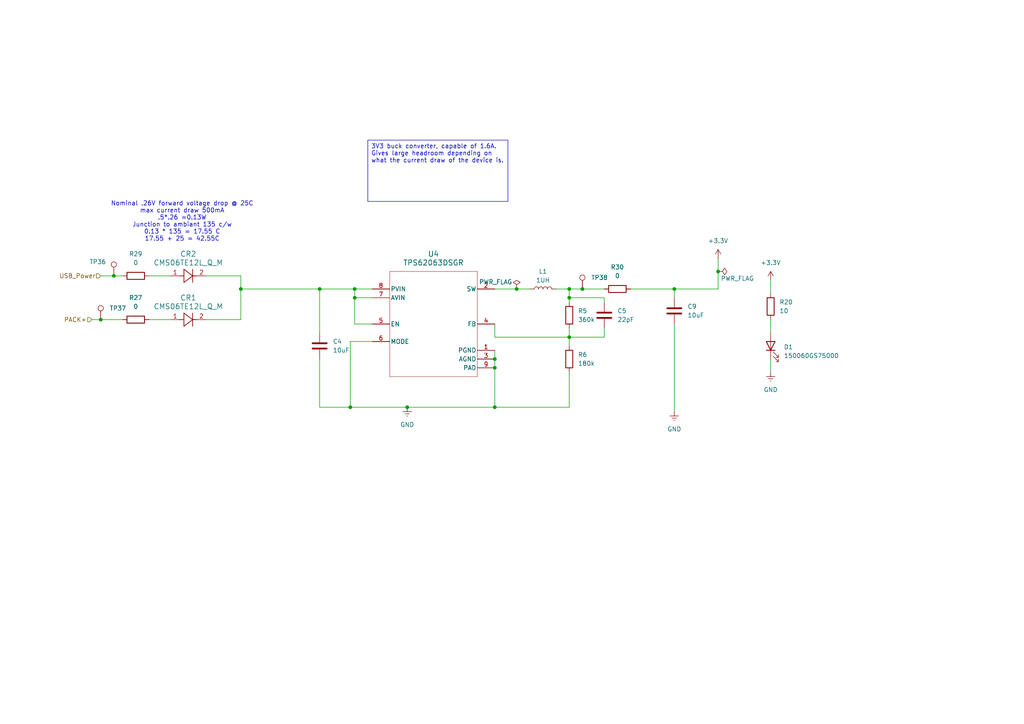
<source format=kicad_sch>
(kicad_sch
	(version 20250114)
	(generator "eeschema")
	(generator_version "9.0")
	(uuid "55ebc250-d174-4c67-b8cd-d7cfbd10551e")
	(paper "A4")
	(lib_symbols
		(symbol "CMS06(TE12L,Q,M):CMS06TE12L_Q_M"
			(pin_names
				(offset 0.254)
			)
			(exclude_from_sim no)
			(in_bom yes)
			(on_board yes)
			(property "Reference" "CR"
				(at 5.08 4.445 0)
				(effects
					(font
						(size 1.524 1.524)
					)
				)
			)
			(property "Value" "CMS06TE12L_Q_M"
				(at 5.08 -3.81 0)
				(effects
					(font
						(size 1.524 1.524)
					)
				)
			)
			(property "Footprint" "M-FLAT_TOS"
				(at 0 0 0)
				(effects
					(font
						(size 1.27 1.27)
						(italic yes)
					)
					(hide yes)
				)
			)
			(property "Datasheet" "CMS06TE12L_Q_M"
				(at 0 0 0)
				(effects
					(font
						(size 1.27 1.27)
						(italic yes)
					)
					(hide yes)
				)
			)
			(property "Description" ""
				(at 0 0 0)
				(effects
					(font
						(size 1.27 1.27)
					)
					(hide yes)
				)
			)
			(property "ki_locked" ""
				(at 0 0 0)
				(effects
					(font
						(size 1.27 1.27)
					)
				)
			)
			(property "ki_keywords" "CMS06(TE12L,Q,M)"
				(at 0 0 0)
				(effects
					(font
						(size 1.27 1.27)
					)
					(hide yes)
				)
			)
			(property "ki_fp_filters" "M-FLAT_TOS M-FLAT_TOS-M M-FLAT_TOS-L"
				(at 0 0 0)
				(effects
					(font
						(size 1.27 1.27)
					)
					(hide yes)
				)
			)
			(symbol "CMS06TE12L_Q_M_1_1"
				(polyline
					(pts
						(xy 2.54 0) (xy 3.4798 0)
					)
					(stroke
						(width 0.2032)
						(type default)
					)
					(fill
						(type none)
					)
				)
				(polyline
					(pts
						(xy 3.175 0) (xy 3.81 0)
					)
					(stroke
						(width 0.2032)
						(type default)
					)
					(fill
						(type none)
					)
				)
				(polyline
					(pts
						(xy 3.81 1.905) (xy 3.81 -1.905)
					)
					(stroke
						(width 0.2032)
						(type default)
					)
					(fill
						(type none)
					)
				)
				(polyline
					(pts
						(xy 3.81 0) (xy 6.35 -1.905)
					)
					(stroke
						(width 0.2032)
						(type default)
					)
					(fill
						(type none)
					)
				)
				(polyline
					(pts
						(xy 6.35 1.905) (xy 3.81 0)
					)
					(stroke
						(width 0.2032)
						(type default)
					)
					(fill
						(type none)
					)
				)
				(polyline
					(pts
						(xy 6.35 0) (xy 7.62 0)
					)
					(stroke
						(width 0.2032)
						(type default)
					)
					(fill
						(type none)
					)
				)
				(polyline
					(pts
						(xy 6.35 -1.905) (xy 6.35 1.905)
					)
					(stroke
						(width 0.2032)
						(type default)
					)
					(fill
						(type none)
					)
				)
				(pin unspecified line
					(at 0 0 0)
					(length 2.54)
					(name ""
						(effects
							(font
								(size 1.27 1.27)
							)
						)
					)
					(number "2"
						(effects
							(font
								(size 1.27 1.27)
							)
						)
					)
				)
				(pin unspecified line
					(at 10.16 0 180)
					(length 2.54)
					(name ""
						(effects
							(font
								(size 1.27 1.27)
							)
						)
					)
					(number "1"
						(effects
							(font
								(size 1.27 1.27)
							)
						)
					)
				)
			)
			(symbol "CMS06TE12L_Q_M_1_2"
				(polyline
					(pts
						(xy -1.905 6.35) (xy 0 3.81)
					)
					(stroke
						(width 0.2032)
						(type default)
					)
					(fill
						(type none)
					)
				)
				(polyline
					(pts
						(xy -1.905 3.81) (xy 1.905 3.81)
					)
					(stroke
						(width 0.2032)
						(type default)
					)
					(fill
						(type none)
					)
				)
				(polyline
					(pts
						(xy 0 6.35) (xy 0 7.62)
					)
					(stroke
						(width 0.2032)
						(type default)
					)
					(fill
						(type none)
					)
				)
				(polyline
					(pts
						(xy 0 3.175) (xy 0 3.81)
					)
					(stroke
						(width 0.2032)
						(type default)
					)
					(fill
						(type none)
					)
				)
				(polyline
					(pts
						(xy 0 2.54) (xy 0 3.4798)
					)
					(stroke
						(width 0.2032)
						(type default)
					)
					(fill
						(type none)
					)
				)
				(polyline
					(pts
						(xy 1.905 6.35) (xy -1.905 6.35)
					)
					(stroke
						(width 0.2032)
						(type default)
					)
					(fill
						(type none)
					)
				)
				(polyline
					(pts
						(xy 1.905 6.35) (xy 0 3.81)
					)
					(stroke
						(width 0.2032)
						(type default)
					)
					(fill
						(type none)
					)
				)
				(pin unspecified line
					(at 0 10.16 270)
					(length 2.54)
					(name ""
						(effects
							(font
								(size 1.27 1.27)
							)
						)
					)
					(number "1"
						(effects
							(font
								(size 1.27 1.27)
							)
						)
					)
				)
				(pin unspecified line
					(at 0 0 90)
					(length 2.54)
					(name ""
						(effects
							(font
								(size 1.27 1.27)
							)
						)
					)
					(number "2"
						(effects
							(font
								(size 1.27 1.27)
							)
						)
					)
				)
			)
			(embedded_fonts no)
		)
		(symbol "Connector:TestPoint"
			(pin_numbers
				(hide yes)
			)
			(pin_names
				(offset 0.762)
				(hide yes)
			)
			(exclude_from_sim no)
			(in_bom yes)
			(on_board yes)
			(property "Reference" "TP"
				(at 0 6.858 0)
				(effects
					(font
						(size 1.27 1.27)
					)
				)
			)
			(property "Value" "TestPoint"
				(at 0 5.08 0)
				(effects
					(font
						(size 1.27 1.27)
					)
				)
			)
			(property "Footprint" ""
				(at 5.08 0 0)
				(effects
					(font
						(size 1.27 1.27)
					)
					(hide yes)
				)
			)
			(property "Datasheet" "~"
				(at 5.08 0 0)
				(effects
					(font
						(size 1.27 1.27)
					)
					(hide yes)
				)
			)
			(property "Description" "test point"
				(at 0 0 0)
				(effects
					(font
						(size 1.27 1.27)
					)
					(hide yes)
				)
			)
			(property "ki_keywords" "test point tp"
				(at 0 0 0)
				(effects
					(font
						(size 1.27 1.27)
					)
					(hide yes)
				)
			)
			(property "ki_fp_filters" "Pin* Test*"
				(at 0 0 0)
				(effects
					(font
						(size 1.27 1.27)
					)
					(hide yes)
				)
			)
			(symbol "TestPoint_0_1"
				(circle
					(center 0 3.302)
					(radius 0.762)
					(stroke
						(width 0)
						(type default)
					)
					(fill
						(type none)
					)
				)
			)
			(symbol "TestPoint_1_1"
				(pin passive line
					(at 0 0 90)
					(length 2.54)
					(name "1"
						(effects
							(font
								(size 1.27 1.27)
							)
						)
					)
					(number "1"
						(effects
							(font
								(size 1.27 1.27)
							)
						)
					)
				)
			)
			(embedded_fonts no)
		)
		(symbol "Device:C"
			(pin_numbers
				(hide yes)
			)
			(pin_names
				(offset 0.254)
			)
			(exclude_from_sim no)
			(in_bom yes)
			(on_board yes)
			(property "Reference" "C"
				(at 0.635 2.54 0)
				(effects
					(font
						(size 1.27 1.27)
					)
					(justify left)
				)
			)
			(property "Value" "C"
				(at 0.635 -2.54 0)
				(effects
					(font
						(size 1.27 1.27)
					)
					(justify left)
				)
			)
			(property "Footprint" ""
				(at 0.9652 -3.81 0)
				(effects
					(font
						(size 1.27 1.27)
					)
					(hide yes)
				)
			)
			(property "Datasheet" "~"
				(at 0 0 0)
				(effects
					(font
						(size 1.27 1.27)
					)
					(hide yes)
				)
			)
			(property "Description" "Unpolarized capacitor"
				(at 0 0 0)
				(effects
					(font
						(size 1.27 1.27)
					)
					(hide yes)
				)
			)
			(property "ki_keywords" "cap capacitor"
				(at 0 0 0)
				(effects
					(font
						(size 1.27 1.27)
					)
					(hide yes)
				)
			)
			(property "ki_fp_filters" "C_*"
				(at 0 0 0)
				(effects
					(font
						(size 1.27 1.27)
					)
					(hide yes)
				)
			)
			(symbol "C_0_1"
				(polyline
					(pts
						(xy -2.032 0.762) (xy 2.032 0.762)
					)
					(stroke
						(width 0.508)
						(type default)
					)
					(fill
						(type none)
					)
				)
				(polyline
					(pts
						(xy -2.032 -0.762) (xy 2.032 -0.762)
					)
					(stroke
						(width 0.508)
						(type default)
					)
					(fill
						(type none)
					)
				)
			)
			(symbol "C_1_1"
				(pin passive line
					(at 0 3.81 270)
					(length 2.794)
					(name "~"
						(effects
							(font
								(size 1.27 1.27)
							)
						)
					)
					(number "1"
						(effects
							(font
								(size 1.27 1.27)
							)
						)
					)
				)
				(pin passive line
					(at 0 -3.81 90)
					(length 2.794)
					(name "~"
						(effects
							(font
								(size 1.27 1.27)
							)
						)
					)
					(number "2"
						(effects
							(font
								(size 1.27 1.27)
							)
						)
					)
				)
			)
			(embedded_fonts no)
		)
		(symbol "Device:L"
			(pin_numbers
				(hide yes)
			)
			(pin_names
				(offset 1.016)
				(hide yes)
			)
			(exclude_from_sim no)
			(in_bom yes)
			(on_board yes)
			(property "Reference" "L"
				(at -1.27 0 90)
				(effects
					(font
						(size 1.27 1.27)
					)
				)
			)
			(property "Value" "L"
				(at 1.905 0 90)
				(effects
					(font
						(size 1.27 1.27)
					)
				)
			)
			(property "Footprint" ""
				(at 0 0 0)
				(effects
					(font
						(size 1.27 1.27)
					)
					(hide yes)
				)
			)
			(property "Datasheet" "~"
				(at 0 0 0)
				(effects
					(font
						(size 1.27 1.27)
					)
					(hide yes)
				)
			)
			(property "Description" "Inductor"
				(at 0 0 0)
				(effects
					(font
						(size 1.27 1.27)
					)
					(hide yes)
				)
			)
			(property "ki_keywords" "inductor choke coil reactor magnetic"
				(at 0 0 0)
				(effects
					(font
						(size 1.27 1.27)
					)
					(hide yes)
				)
			)
			(property "ki_fp_filters" "Choke_* *Coil* Inductor_* L_*"
				(at 0 0 0)
				(effects
					(font
						(size 1.27 1.27)
					)
					(hide yes)
				)
			)
			(symbol "L_0_1"
				(arc
					(start 0 2.54)
					(mid 0.6323 1.905)
					(end 0 1.27)
					(stroke
						(width 0)
						(type default)
					)
					(fill
						(type none)
					)
				)
				(arc
					(start 0 1.27)
					(mid 0.6323 0.635)
					(end 0 0)
					(stroke
						(width 0)
						(type default)
					)
					(fill
						(type none)
					)
				)
				(arc
					(start 0 0)
					(mid 0.6323 -0.635)
					(end 0 -1.27)
					(stroke
						(width 0)
						(type default)
					)
					(fill
						(type none)
					)
				)
				(arc
					(start 0 -1.27)
					(mid 0.6323 -1.905)
					(end 0 -2.54)
					(stroke
						(width 0)
						(type default)
					)
					(fill
						(type none)
					)
				)
			)
			(symbol "L_1_1"
				(pin passive line
					(at 0 3.81 270)
					(length 1.27)
					(name "1"
						(effects
							(font
								(size 1.27 1.27)
							)
						)
					)
					(number "1"
						(effects
							(font
								(size 1.27 1.27)
							)
						)
					)
				)
				(pin passive line
					(at 0 -3.81 90)
					(length 1.27)
					(name "2"
						(effects
							(font
								(size 1.27 1.27)
							)
						)
					)
					(number "2"
						(effects
							(font
								(size 1.27 1.27)
							)
						)
					)
				)
			)
			(embedded_fonts no)
		)
		(symbol "Device:LED"
			(pin_numbers
				(hide yes)
			)
			(pin_names
				(offset 1.016)
				(hide yes)
			)
			(exclude_from_sim no)
			(in_bom yes)
			(on_board yes)
			(property "Reference" "D"
				(at 0 2.54 0)
				(effects
					(font
						(size 1.27 1.27)
					)
				)
			)
			(property "Value" "LED"
				(at 0 -2.54 0)
				(effects
					(font
						(size 1.27 1.27)
					)
				)
			)
			(property "Footprint" ""
				(at 0 0 0)
				(effects
					(font
						(size 1.27 1.27)
					)
					(hide yes)
				)
			)
			(property "Datasheet" "~"
				(at 0 0 0)
				(effects
					(font
						(size 1.27 1.27)
					)
					(hide yes)
				)
			)
			(property "Description" "Light emitting diode"
				(at 0 0 0)
				(effects
					(font
						(size 1.27 1.27)
					)
					(hide yes)
				)
			)
			(property "Sim.Pins" "1=K 2=A"
				(at 0 0 0)
				(effects
					(font
						(size 1.27 1.27)
					)
					(hide yes)
				)
			)
			(property "ki_keywords" "LED diode"
				(at 0 0 0)
				(effects
					(font
						(size 1.27 1.27)
					)
					(hide yes)
				)
			)
			(property "ki_fp_filters" "LED* LED_SMD:* LED_THT:*"
				(at 0 0 0)
				(effects
					(font
						(size 1.27 1.27)
					)
					(hide yes)
				)
			)
			(symbol "LED_0_1"
				(polyline
					(pts
						(xy -3.048 -0.762) (xy -4.572 -2.286) (xy -3.81 -2.286) (xy -4.572 -2.286) (xy -4.572 -1.524)
					)
					(stroke
						(width 0)
						(type default)
					)
					(fill
						(type none)
					)
				)
				(polyline
					(pts
						(xy -1.778 -0.762) (xy -3.302 -2.286) (xy -2.54 -2.286) (xy -3.302 -2.286) (xy -3.302 -1.524)
					)
					(stroke
						(width 0)
						(type default)
					)
					(fill
						(type none)
					)
				)
				(polyline
					(pts
						(xy -1.27 0) (xy 1.27 0)
					)
					(stroke
						(width 0)
						(type default)
					)
					(fill
						(type none)
					)
				)
				(polyline
					(pts
						(xy -1.27 -1.27) (xy -1.27 1.27)
					)
					(stroke
						(width 0.254)
						(type default)
					)
					(fill
						(type none)
					)
				)
				(polyline
					(pts
						(xy 1.27 -1.27) (xy 1.27 1.27) (xy -1.27 0) (xy 1.27 -1.27)
					)
					(stroke
						(width 0.254)
						(type default)
					)
					(fill
						(type none)
					)
				)
			)
			(symbol "LED_1_1"
				(pin passive line
					(at -3.81 0 0)
					(length 2.54)
					(name "K"
						(effects
							(font
								(size 1.27 1.27)
							)
						)
					)
					(number "1"
						(effects
							(font
								(size 1.27 1.27)
							)
						)
					)
				)
				(pin passive line
					(at 3.81 0 180)
					(length 2.54)
					(name "A"
						(effects
							(font
								(size 1.27 1.27)
							)
						)
					)
					(number "2"
						(effects
							(font
								(size 1.27 1.27)
							)
						)
					)
				)
			)
			(embedded_fonts no)
		)
		(symbol "Device:R"
			(pin_numbers
				(hide yes)
			)
			(pin_names
				(offset 0)
			)
			(exclude_from_sim no)
			(in_bom yes)
			(on_board yes)
			(property "Reference" "R"
				(at 2.032 0 90)
				(effects
					(font
						(size 1.27 1.27)
					)
				)
			)
			(property "Value" "R"
				(at 0 0 90)
				(effects
					(font
						(size 1.27 1.27)
					)
				)
			)
			(property "Footprint" ""
				(at -1.778 0 90)
				(effects
					(font
						(size 1.27 1.27)
					)
					(hide yes)
				)
			)
			(property "Datasheet" "~"
				(at 0 0 0)
				(effects
					(font
						(size 1.27 1.27)
					)
					(hide yes)
				)
			)
			(property "Description" "Resistor"
				(at 0 0 0)
				(effects
					(font
						(size 1.27 1.27)
					)
					(hide yes)
				)
			)
			(property "ki_keywords" "R res resistor"
				(at 0 0 0)
				(effects
					(font
						(size 1.27 1.27)
					)
					(hide yes)
				)
			)
			(property "ki_fp_filters" "R_*"
				(at 0 0 0)
				(effects
					(font
						(size 1.27 1.27)
					)
					(hide yes)
				)
			)
			(symbol "R_0_1"
				(rectangle
					(start -1.016 -2.54)
					(end 1.016 2.54)
					(stroke
						(width 0.254)
						(type default)
					)
					(fill
						(type none)
					)
				)
			)
			(symbol "R_1_1"
				(pin passive line
					(at 0 3.81 270)
					(length 1.27)
					(name "~"
						(effects
							(font
								(size 1.27 1.27)
							)
						)
					)
					(number "1"
						(effects
							(font
								(size 1.27 1.27)
							)
						)
					)
				)
				(pin passive line
					(at 0 -3.81 90)
					(length 1.27)
					(name "~"
						(effects
							(font
								(size 1.27 1.27)
							)
						)
					)
					(number "2"
						(effects
							(font
								(size 1.27 1.27)
							)
						)
					)
				)
			)
			(embedded_fonts no)
		)
		(symbol "TPS62063DSGR:TPS62063DSGR"
			(pin_names
				(offset 0.254)
			)
			(exclude_from_sim no)
			(in_bom yes)
			(on_board yes)
			(property "Reference" "U"
				(at 0 0 0)
				(effects
					(font
						(size 1.524 1.524)
					)
				)
			)
			(property "Value" "TPS62063DSGR"
				(at 0 0 0)
				(effects
					(font
						(size 1.524 1.524)
					)
				)
			)
			(property "Footprint" "DSG0008A"
				(at 0 0 0)
				(effects
					(font
						(size 1.27 1.27)
						(italic yes)
					)
					(hide yes)
				)
			)
			(property "Datasheet" "https://www.ti.com/lit/gpn/tps62063"
				(at 0 0 0)
				(effects
					(font
						(size 1.27 1.27)
						(italic yes)
					)
					(hide yes)
				)
			)
			(property "Description" ""
				(at 0 0 0)
				(effects
					(font
						(size 1.27 1.27)
					)
					(hide yes)
				)
			)
			(property "ki_locked" ""
				(at 0 0 0)
				(effects
					(font
						(size 1.27 1.27)
					)
				)
			)
			(property "ki_keywords" "TPS62063DSGR"
				(at 0 0 0)
				(effects
					(font
						(size 1.27 1.27)
					)
					(hide yes)
				)
			)
			(property "ki_fp_filters" "DSG0008A"
				(at 0 0 0)
				(effects
					(font
						(size 1.27 1.27)
					)
					(hide yes)
				)
			)
			(symbol "TPS62063DSGR_0_1"
				(polyline
					(pts
						(xy -12.7 15.24) (xy -12.7 -15.24)
					)
					(stroke
						(width 0.1016)
						(type default)
					)
					(fill
						(type none)
					)
				)
				(polyline
					(pts
						(xy -12.7 -15.24) (xy 12.7 -15.24)
					)
					(stroke
						(width 0.1016)
						(type default)
					)
					(fill
						(type none)
					)
				)
				(polyline
					(pts
						(xy 12.7 15.24) (xy -12.7 15.24)
					)
					(stroke
						(width 0.1016)
						(type default)
					)
					(fill
						(type none)
					)
				)
				(polyline
					(pts
						(xy 12.7 -15.24) (xy 12.7 15.24)
					)
					(stroke
						(width 0.1016)
						(type default)
					)
					(fill
						(type none)
					)
				)
				(pin power_in line
					(at -17.78 10.16 0)
					(length 5.08)
					(name "PVIN"
						(effects
							(font
								(size 1.27 1.27)
							)
						)
					)
					(number "8"
						(effects
							(font
								(size 1.27 1.27)
							)
						)
					)
				)
				(pin power_in line
					(at -17.78 7.62 0)
					(length 5.08)
					(name "AVIN"
						(effects
							(font
								(size 1.27 1.27)
							)
						)
					)
					(number "7"
						(effects
							(font
								(size 1.27 1.27)
							)
						)
					)
				)
				(pin input line
					(at -17.78 0 0)
					(length 5.08)
					(name "EN"
						(effects
							(font
								(size 1.27 1.27)
							)
						)
					)
					(number "5"
						(effects
							(font
								(size 1.27 1.27)
							)
						)
					)
				)
				(pin input line
					(at -17.78 -5.08 0)
					(length 5.08)
					(name "MODE"
						(effects
							(font
								(size 1.27 1.27)
							)
						)
					)
					(number "6"
						(effects
							(font
								(size 1.27 1.27)
							)
						)
					)
				)
				(pin power_in line
					(at 17.78 10.16 180)
					(length 5.08)
					(name "SW"
						(effects
							(font
								(size 1.27 1.27)
							)
						)
					)
					(number "2"
						(effects
							(font
								(size 1.27 1.27)
							)
						)
					)
				)
				(pin input line
					(at 17.78 0 180)
					(length 5.08)
					(name "FB"
						(effects
							(font
								(size 1.27 1.27)
							)
						)
					)
					(number "4"
						(effects
							(font
								(size 1.27 1.27)
							)
						)
					)
				)
				(pin power_in line
					(at 17.78 -7.62 180)
					(length 5.08)
					(name "PGND"
						(effects
							(font
								(size 1.27 1.27)
							)
						)
					)
					(number "1"
						(effects
							(font
								(size 1.27 1.27)
							)
						)
					)
				)
				(pin power_in line
					(at 17.78 -10.16 180)
					(length 5.08)
					(name "AGND"
						(effects
							(font
								(size 1.27 1.27)
							)
						)
					)
					(number "3"
						(effects
							(font
								(size 1.27 1.27)
							)
						)
					)
				)
				(pin power_in line
					(at 17.78 -12.7 180)
					(length 5.08)
					(name "PAD"
						(effects
							(font
								(size 1.27 1.27)
							)
						)
					)
					(number "9"
						(effects
							(font
								(size 1.27 1.27)
							)
						)
					)
				)
			)
			(embedded_fonts no)
		)
		(symbol "power:+3.3V"
			(power)
			(pin_numbers
				(hide yes)
			)
			(pin_names
				(offset 0)
				(hide yes)
			)
			(exclude_from_sim no)
			(in_bom yes)
			(on_board yes)
			(property "Reference" "#PWR"
				(at 0 -3.81 0)
				(effects
					(font
						(size 1.27 1.27)
					)
					(hide yes)
				)
			)
			(property "Value" "+3.3V"
				(at 0 3.556 0)
				(effects
					(font
						(size 1.27 1.27)
					)
				)
			)
			(property "Footprint" ""
				(at 0 0 0)
				(effects
					(font
						(size 1.27 1.27)
					)
					(hide yes)
				)
			)
			(property "Datasheet" ""
				(at 0 0 0)
				(effects
					(font
						(size 1.27 1.27)
					)
					(hide yes)
				)
			)
			(property "Description" "Power symbol creates a global label with name \"+3.3V\""
				(at 0 0 0)
				(effects
					(font
						(size 1.27 1.27)
					)
					(hide yes)
				)
			)
			(property "ki_keywords" "global power"
				(at 0 0 0)
				(effects
					(font
						(size 1.27 1.27)
					)
					(hide yes)
				)
			)
			(symbol "+3.3V_0_1"
				(polyline
					(pts
						(xy -0.762 1.27) (xy 0 2.54)
					)
					(stroke
						(width 0)
						(type default)
					)
					(fill
						(type none)
					)
				)
				(polyline
					(pts
						(xy 0 2.54) (xy 0.762 1.27)
					)
					(stroke
						(width 0)
						(type default)
					)
					(fill
						(type none)
					)
				)
				(polyline
					(pts
						(xy 0 0) (xy 0 2.54)
					)
					(stroke
						(width 0)
						(type default)
					)
					(fill
						(type none)
					)
				)
			)
			(symbol "+3.3V_1_1"
				(pin power_in line
					(at 0 0 90)
					(length 0)
					(name "~"
						(effects
							(font
								(size 1.27 1.27)
							)
						)
					)
					(number "1"
						(effects
							(font
								(size 1.27 1.27)
							)
						)
					)
				)
			)
			(embedded_fonts no)
		)
		(symbol "power:Earth"
			(power)
			(pin_numbers
				(hide yes)
			)
			(pin_names
				(offset 0)
				(hide yes)
			)
			(exclude_from_sim no)
			(in_bom yes)
			(on_board yes)
			(property "Reference" "#PWR"
				(at 0 -6.35 0)
				(effects
					(font
						(size 1.27 1.27)
					)
					(hide yes)
				)
			)
			(property "Value" "Earth"
				(at 0 -3.81 0)
				(effects
					(font
						(size 1.27 1.27)
					)
				)
			)
			(property "Footprint" ""
				(at 0 0 0)
				(effects
					(font
						(size 1.27 1.27)
					)
					(hide yes)
				)
			)
			(property "Datasheet" "~"
				(at 0 0 0)
				(effects
					(font
						(size 1.27 1.27)
					)
					(hide yes)
				)
			)
			(property "Description" "Power symbol creates a global label with name \"Earth\""
				(at 0 0 0)
				(effects
					(font
						(size 1.27 1.27)
					)
					(hide yes)
				)
			)
			(property "ki_keywords" "global ground gnd"
				(at 0 0 0)
				(effects
					(font
						(size 1.27 1.27)
					)
					(hide yes)
				)
			)
			(symbol "Earth_0_1"
				(polyline
					(pts
						(xy -0.635 -1.905) (xy 0.635 -1.905)
					)
					(stroke
						(width 0)
						(type default)
					)
					(fill
						(type none)
					)
				)
				(polyline
					(pts
						(xy -0.127 -2.54) (xy 0.127 -2.54)
					)
					(stroke
						(width 0)
						(type default)
					)
					(fill
						(type none)
					)
				)
				(polyline
					(pts
						(xy 0 -1.27) (xy 0 0)
					)
					(stroke
						(width 0)
						(type default)
					)
					(fill
						(type none)
					)
				)
				(polyline
					(pts
						(xy 1.27 -1.27) (xy -1.27 -1.27)
					)
					(stroke
						(width 0)
						(type default)
					)
					(fill
						(type none)
					)
				)
			)
			(symbol "Earth_1_1"
				(pin power_in line
					(at 0 0 270)
					(length 0)
					(name "~"
						(effects
							(font
								(size 1.27 1.27)
							)
						)
					)
					(number "1"
						(effects
							(font
								(size 1.27 1.27)
							)
						)
					)
				)
			)
			(embedded_fonts no)
		)
		(symbol "power:PWR_FLAG"
			(power)
			(pin_numbers
				(hide yes)
			)
			(pin_names
				(offset 0)
				(hide yes)
			)
			(exclude_from_sim no)
			(in_bom yes)
			(on_board yes)
			(property "Reference" "#FLG"
				(at 0 1.905 0)
				(effects
					(font
						(size 1.27 1.27)
					)
					(hide yes)
				)
			)
			(property "Value" "PWR_FLAG"
				(at 0 3.81 0)
				(effects
					(font
						(size 1.27 1.27)
					)
				)
			)
			(property "Footprint" ""
				(at 0 0 0)
				(effects
					(font
						(size 1.27 1.27)
					)
					(hide yes)
				)
			)
			(property "Datasheet" "~"
				(at 0 0 0)
				(effects
					(font
						(size 1.27 1.27)
					)
					(hide yes)
				)
			)
			(property "Description" "Special symbol for telling ERC where power comes from"
				(at 0 0 0)
				(effects
					(font
						(size 1.27 1.27)
					)
					(hide yes)
				)
			)
			(property "ki_keywords" "flag power"
				(at 0 0 0)
				(effects
					(font
						(size 1.27 1.27)
					)
					(hide yes)
				)
			)
			(symbol "PWR_FLAG_0_0"
				(pin power_out line
					(at 0 0 90)
					(length 0)
					(name "~"
						(effects
							(font
								(size 1.27 1.27)
							)
						)
					)
					(number "1"
						(effects
							(font
								(size 1.27 1.27)
							)
						)
					)
				)
			)
			(symbol "PWR_FLAG_0_1"
				(polyline
					(pts
						(xy 0 0) (xy 0 1.27) (xy -1.016 1.905) (xy 0 2.54) (xy 1.016 1.905) (xy 0 1.27)
					)
					(stroke
						(width 0)
						(type default)
					)
					(fill
						(type none)
					)
				)
			)
			(embedded_fonts no)
		)
	)
	(text "Nominal .26V forward voltage drop @ 25C\nmax current draw 500mA\n.5*.26 =0.13W\nJunction to ambiant 135 c/w\n0.13 * 135 = 17.55 C\n17.55 + 25 = 42.55C\n"
		(exclude_from_sim no)
		(at 52.832 64.262 0)
		(effects
			(font
				(size 1.27 1.27)
			)
		)
		(uuid "051a595c-bfd7-47b0-b9c0-2565cc4ebadc")
	)
	(text_box "3V3 buck converter, capable of 1.6A. Gives large headroom depending on what the current draw of the device is.\n"
		(exclude_from_sim no)
		(at 106.68 40.64 0)
		(size 40.64 17.78)
		(margins 0.9525 0.9525 0.9525 0.9525)
		(stroke
			(width 0)
			(type solid)
		)
		(fill
			(type none)
		)
		(effects
			(font
				(size 1.27 1.27)
			)
			(justify left top)
		)
		(uuid "169d83bc-a202-4222-a907-e4c402822ded")
	)
	(junction
		(at 195.58 83.82)
		(diameter 0)
		(color 0 0 0 0)
		(uuid "02839ef4-ee99-4f6b-b4a7-fbd99ad4c77f")
	)
	(junction
		(at 165.1 97.79)
		(diameter 0)
		(color 0 0 0 0)
		(uuid "02fc5f7d-0ddd-4bbd-bd49-8e0195acd55f")
	)
	(junction
		(at 101.6 118.11)
		(diameter 0)
		(color 0 0 0 0)
		(uuid "0d1572df-dbf6-4201-a7d8-35dae9612ffb")
	)
	(junction
		(at 165.1 83.82)
		(diameter 0)
		(color 0 0 0 0)
		(uuid "1a64f9f3-b982-4db7-8fbc-fa3fa6f69f22")
	)
	(junction
		(at 149.86 83.82)
		(diameter 0)
		(color 0 0 0 0)
		(uuid "248a3946-f7de-4501-b869-592049b319a3")
	)
	(junction
		(at 143.51 106.68)
		(diameter 0)
		(color 0 0 0 0)
		(uuid "315e2bae-23fb-420b-b520-5253807b77e4")
	)
	(junction
		(at 165.1 86.36)
		(diameter 0)
		(color 0 0 0 0)
		(uuid "3fa31f07-58e8-49d8-b1bc-c2990c9956b7")
	)
	(junction
		(at 92.71 83.82)
		(diameter 0)
		(color 0 0 0 0)
		(uuid "4bd0a48f-b993-4784-a509-e20ebc9acefe")
	)
	(junction
		(at 102.87 86.36)
		(diameter 0)
		(color 0 0 0 0)
		(uuid "5141c491-a2db-42ba-932c-ce38bead2185")
	)
	(junction
		(at 102.87 83.82)
		(diameter 0)
		(color 0 0 0 0)
		(uuid "66e449a1-3711-467d-b876-8cecdf584533")
	)
	(junction
		(at 143.51 118.11)
		(diameter 0)
		(color 0 0 0 0)
		(uuid "7fd78670-f7b1-4870-a565-53ff8a6c4811")
	)
	(junction
		(at 33.02 80.01)
		(diameter 0)
		(color 0 0 0 0)
		(uuid "84a8f807-8680-47b9-81f5-6d07a3315889")
	)
	(junction
		(at 208.28 78.74)
		(diameter 0)
		(color 0 0 0 0)
		(uuid "8afa426e-87a6-4f03-a111-79e55b24ae96")
	)
	(junction
		(at 69.85 83.82)
		(diameter 0)
		(color 0 0 0 0)
		(uuid "a963801d-51b9-40f1-866c-7d9f68285a46")
	)
	(junction
		(at 168.91 83.82)
		(diameter 0)
		(color 0 0 0 0)
		(uuid "abd8ec63-fa37-4db7-b21a-47ed5d5beb37")
	)
	(junction
		(at 143.51 104.14)
		(diameter 0)
		(color 0 0 0 0)
		(uuid "c67565f5-f683-47a9-9997-d04bc1b52460")
	)
	(junction
		(at 29.21 92.71)
		(diameter 0)
		(color 0 0 0 0)
		(uuid "d9ff577d-133f-4fe6-aa09-7f083da27ab0")
	)
	(junction
		(at 118.11 118.11)
		(diameter 0)
		(color 0 0 0 0)
		(uuid "fa4c24fa-91b2-4717-8b4e-5359964adce7")
	)
	(wire
		(pts
			(xy 195.58 83.82) (xy 195.58 86.36)
		)
		(stroke
			(width 0)
			(type default)
		)
		(uuid "0a7a2b46-c203-4869-9ed1-02278e42e954")
	)
	(wire
		(pts
			(xy 143.51 104.14) (xy 143.51 106.68)
		)
		(stroke
			(width 0)
			(type default)
		)
		(uuid "10a2ab87-1a67-4f12-a6ec-8dde72612554")
	)
	(wire
		(pts
			(xy 195.58 83.82) (xy 208.28 83.82)
		)
		(stroke
			(width 0)
			(type default)
		)
		(uuid "230a2b6a-6955-4038-b77e-40b6e36f544c")
	)
	(wire
		(pts
			(xy 143.51 97.79) (xy 143.51 93.98)
		)
		(stroke
			(width 0)
			(type default)
		)
		(uuid "2c5421e9-3ea1-4198-bac4-103656b974cc")
	)
	(wire
		(pts
			(xy 102.87 83.82) (xy 102.87 86.36)
		)
		(stroke
			(width 0)
			(type default)
		)
		(uuid "2e7040ae-2f30-48fd-9b67-859d97665a3a")
	)
	(wire
		(pts
			(xy 69.85 83.82) (xy 69.85 80.01)
		)
		(stroke
			(width 0)
			(type default)
		)
		(uuid "30010255-313c-4c69-bd75-53618c7a4c22")
	)
	(wire
		(pts
			(xy 182.88 83.82) (xy 195.58 83.82)
		)
		(stroke
			(width 0)
			(type default)
		)
		(uuid "38b0bfc9-37bc-4910-b562-6277cf49cbcf")
	)
	(wire
		(pts
			(xy 92.71 118.11) (xy 101.6 118.11)
		)
		(stroke
			(width 0)
			(type default)
		)
		(uuid "3cbd6dad-8e12-4d23-a730-1868c741336b")
	)
	(wire
		(pts
			(xy 92.71 83.82) (xy 92.71 96.52)
		)
		(stroke
			(width 0)
			(type default)
		)
		(uuid "410a8233-5828-465d-a73b-fbce9d3c04c7")
	)
	(wire
		(pts
			(xy 143.51 106.68) (xy 143.51 118.11)
		)
		(stroke
			(width 0)
			(type default)
		)
		(uuid "489c964b-617f-48c4-9e31-22bb23cac231")
	)
	(wire
		(pts
			(xy 43.18 80.01) (xy 49.53 80.01)
		)
		(stroke
			(width 0)
			(type default)
		)
		(uuid "4c176a53-9865-431a-8ffe-8d61f14ff16e")
	)
	(wire
		(pts
			(xy 29.21 80.01) (xy 33.02 80.01)
		)
		(stroke
			(width 0)
			(type default)
		)
		(uuid "518d4811-e8d7-44a1-984d-635a0a4e7116")
	)
	(wire
		(pts
			(xy 143.51 83.82) (xy 149.86 83.82)
		)
		(stroke
			(width 0)
			(type default)
		)
		(uuid "54915989-829a-4cb7-b186-cedadcdb753d")
	)
	(wire
		(pts
			(xy 175.26 86.36) (xy 175.26 87.63)
		)
		(stroke
			(width 0)
			(type default)
		)
		(uuid "550b3fb6-907e-49d5-a350-2bab1a607c34")
	)
	(wire
		(pts
			(xy 175.26 95.25) (xy 175.26 97.79)
		)
		(stroke
			(width 0)
			(type default)
		)
		(uuid "58febd28-44d0-4e80-86c1-824d980b5410")
	)
	(wire
		(pts
			(xy 92.71 83.82) (xy 102.87 83.82)
		)
		(stroke
			(width 0)
			(type default)
		)
		(uuid "5b93ac46-dd09-4007-b4e2-54bb8fe511a3")
	)
	(wire
		(pts
			(xy 59.69 92.71) (xy 69.85 92.71)
		)
		(stroke
			(width 0)
			(type default)
		)
		(uuid "5bcaf4e1-edf0-451d-92f5-fed08b908a26")
	)
	(wire
		(pts
			(xy 107.95 93.98) (xy 102.87 93.98)
		)
		(stroke
			(width 0)
			(type default)
		)
		(uuid "605fbad6-90e9-437b-b0da-2f7fe7954e45")
	)
	(wire
		(pts
			(xy 165.1 83.82) (xy 165.1 86.36)
		)
		(stroke
			(width 0)
			(type default)
		)
		(uuid "6fde7637-6726-4d7d-88ea-2eb36b1271ed")
	)
	(wire
		(pts
			(xy 101.6 99.06) (xy 101.6 118.11)
		)
		(stroke
			(width 0)
			(type default)
		)
		(uuid "7a9f3fc0-5c74-4b5f-aaf7-9e0d63699ec7")
	)
	(wire
		(pts
			(xy 168.91 83.82) (xy 175.26 83.82)
		)
		(stroke
			(width 0)
			(type default)
		)
		(uuid "849cad39-6564-4bb3-a852-edeb771f8abb")
	)
	(wire
		(pts
			(xy 195.58 93.98) (xy 195.58 119.38)
		)
		(stroke
			(width 0)
			(type default)
		)
		(uuid "860401c6-f97c-4cc1-8b32-6675c703b885")
	)
	(wire
		(pts
			(xy 223.52 92.71) (xy 223.52 96.52)
		)
		(stroke
			(width 0)
			(type default)
		)
		(uuid "88015a04-4321-45ca-9da5-d9bdc8beaa79")
	)
	(wire
		(pts
			(xy 69.85 83.82) (xy 92.71 83.82)
		)
		(stroke
			(width 0)
			(type default)
		)
		(uuid "8da924dc-db23-4bb5-bdd9-04a2e3eaad9f")
	)
	(wire
		(pts
			(xy 223.52 104.14) (xy 223.52 107.95)
		)
		(stroke
			(width 0)
			(type default)
		)
		(uuid "8e6e83c7-887c-47ca-bd38-79e85d9469bd")
	)
	(wire
		(pts
			(xy 165.1 86.36) (xy 175.26 86.36)
		)
		(stroke
			(width 0)
			(type default)
		)
		(uuid "939c820f-d796-4fea-9122-c91f24d24b30")
	)
	(wire
		(pts
			(xy 118.11 118.11) (xy 143.51 118.11)
		)
		(stroke
			(width 0)
			(type default)
		)
		(uuid "958b9bf9-ade0-4f1d-9048-405754f47a23")
	)
	(wire
		(pts
			(xy 223.52 81.28) (xy 223.52 85.09)
		)
		(stroke
			(width 0)
			(type default)
		)
		(uuid "9b54f870-4fe7-47a4-909a-e508e6601d8f")
	)
	(wire
		(pts
			(xy 102.87 86.36) (xy 107.95 86.36)
		)
		(stroke
			(width 0)
			(type default)
		)
		(uuid "9eef642e-aa44-47c2-88d6-c41bab1262f1")
	)
	(wire
		(pts
			(xy 165.1 118.11) (xy 143.51 118.11)
		)
		(stroke
			(width 0)
			(type default)
		)
		(uuid "a0d5bf26-68b6-450c-a62f-039a00b759ab")
	)
	(wire
		(pts
			(xy 161.29 83.82) (xy 165.1 83.82)
		)
		(stroke
			(width 0)
			(type default)
		)
		(uuid "a7378628-9f57-486a-a78b-20a657d8e2b5")
	)
	(wire
		(pts
			(xy 208.28 83.82) (xy 208.28 78.74)
		)
		(stroke
			(width 0)
			(type default)
		)
		(uuid "ac267fdd-ca11-4368-8e08-c07eed4cfad0")
	)
	(wire
		(pts
			(xy 165.1 83.82) (xy 168.91 83.82)
		)
		(stroke
			(width 0)
			(type default)
		)
		(uuid "b2541074-0290-4a2d-a5a7-fd22947b8b31")
	)
	(wire
		(pts
			(xy 165.1 95.25) (xy 165.1 97.79)
		)
		(stroke
			(width 0)
			(type default)
		)
		(uuid "b6ea1177-f198-435c-a197-d21aae953b53")
	)
	(wire
		(pts
			(xy 29.21 92.71) (xy 35.56 92.71)
		)
		(stroke
			(width 0)
			(type default)
		)
		(uuid "b838c2cd-d62c-415d-9733-97bafb899445")
	)
	(wire
		(pts
			(xy 165.1 107.95) (xy 165.1 118.11)
		)
		(stroke
			(width 0)
			(type default)
		)
		(uuid "be3bf2f9-0fa3-4ad3-b499-c69a71d591f3")
	)
	(wire
		(pts
			(xy 149.86 83.82) (xy 153.67 83.82)
		)
		(stroke
			(width 0)
			(type default)
		)
		(uuid "bfd59f5f-576e-4530-9f2a-59639e06f8ba")
	)
	(wire
		(pts
			(xy 175.26 97.79) (xy 165.1 97.79)
		)
		(stroke
			(width 0)
			(type default)
		)
		(uuid "bfee20ab-c304-436e-bac2-f2a119d953a7")
	)
	(wire
		(pts
			(xy 102.87 83.82) (xy 107.95 83.82)
		)
		(stroke
			(width 0)
			(type default)
		)
		(uuid "c08b4046-c6b3-4ae5-bd68-6d55e3a74ffe")
	)
	(wire
		(pts
			(xy 208.28 78.74) (xy 208.28 74.93)
		)
		(stroke
			(width 0)
			(type default)
		)
		(uuid "c6aaf1ee-2054-4dfd-b664-52a1495c6c76")
	)
	(wire
		(pts
			(xy 101.6 118.11) (xy 118.11 118.11)
		)
		(stroke
			(width 0)
			(type default)
		)
		(uuid "c6e0bb64-34e2-4f76-bc1a-38a0953e9ae0")
	)
	(wire
		(pts
			(xy 165.1 97.79) (xy 165.1 100.33)
		)
		(stroke
			(width 0)
			(type default)
		)
		(uuid "c8e5a032-8983-48a8-a444-7d52c683599f")
	)
	(wire
		(pts
			(xy 143.51 97.79) (xy 165.1 97.79)
		)
		(stroke
			(width 0)
			(type default)
		)
		(uuid "d0b7f0d7-7cbf-479e-8fd8-b230a2819aa9")
	)
	(wire
		(pts
			(xy 107.95 99.06) (xy 101.6 99.06)
		)
		(stroke
			(width 0)
			(type default)
		)
		(uuid "d4c30397-c03e-4fc5-b4fa-e57c83632291")
	)
	(wire
		(pts
			(xy 143.51 101.6) (xy 143.51 104.14)
		)
		(stroke
			(width 0)
			(type default)
		)
		(uuid "d8a7b59d-7cee-4eb2-8c39-3fd39bd307eb")
	)
	(wire
		(pts
			(xy 165.1 86.36) (xy 165.1 87.63)
		)
		(stroke
			(width 0)
			(type default)
		)
		(uuid "da9b998f-2507-4752-bbb0-981641a98ea5")
	)
	(wire
		(pts
			(xy 43.18 92.71) (xy 49.53 92.71)
		)
		(stroke
			(width 0)
			(type default)
		)
		(uuid "e3d322a3-1344-4d32-851a-716f0bed4355")
	)
	(wire
		(pts
			(xy 26.67 92.71) (xy 29.21 92.71)
		)
		(stroke
			(width 0)
			(type default)
		)
		(uuid "e5b74c20-e76b-4c41-90ee-47b122569dba")
	)
	(wire
		(pts
			(xy 69.85 92.71) (xy 69.85 83.82)
		)
		(stroke
			(width 0)
			(type default)
		)
		(uuid "ed186822-ba6f-4329-9a51-d45255d3cb04")
	)
	(wire
		(pts
			(xy 102.87 93.98) (xy 102.87 86.36)
		)
		(stroke
			(width 0)
			(type default)
		)
		(uuid "f27b2959-22a0-4e2b-88e6-45ae9acfea80")
	)
	(wire
		(pts
			(xy 33.02 80.01) (xy 35.56 80.01)
		)
		(stroke
			(width 0)
			(type default)
		)
		(uuid "f89b2beb-21d2-4b0d-acfc-b2a350aed6cb")
	)
	(wire
		(pts
			(xy 69.85 80.01) (xy 59.69 80.01)
		)
		(stroke
			(width 0)
			(type default)
		)
		(uuid "fc040ea1-c6c3-430c-a9ab-c4705088fa97")
	)
	(wire
		(pts
			(xy 92.71 104.14) (xy 92.71 118.11)
		)
		(stroke
			(width 0)
			(type default)
		)
		(uuid "fc34b6ba-00df-473d-b630-b73343a1fb98")
	)
	(hierarchical_label "USB_Power"
		(shape input)
		(at 29.21 80.01 180)
		(effects
			(font
				(size 1.27 1.27)
			)
			(justify right)
		)
		(uuid "46dc434d-eee3-405b-8231-dde544bd4745")
	)
	(hierarchical_label "PACK+"
		(shape input)
		(at 26.67 92.71 180)
		(effects
			(font
				(size 1.27 1.27)
			)
			(justify right)
		)
		(uuid "f9392f29-e80e-47e5-a2c3-95d81b3acf53")
	)
	(symbol
		(lib_id "CMS06(TE12L,Q,M):CMS06TE12L_Q_M")
		(at 59.69 80.01 180)
		(unit 1)
		(exclude_from_sim no)
		(in_bom yes)
		(on_board yes)
		(dnp no)
		(fields_autoplaced yes)
		(uuid "0a81663a-57b5-49ca-ac85-d4650dd4b373")
		(property "Reference" "CR2"
			(at 54.61 73.66 0)
			(effects
				(font
					(size 1.524 1.524)
				)
			)
		)
		(property "Value" "CMS06TE12L_Q_M"
			(at 54.61 76.2 0)
			(effects
				(font
					(size 1.524 1.524)
				)
			)
		)
		(property "Footprint" "BQ25170DSGR:M-FLAT_TOS-L"
			(at 59.69 80.01 0)
			(effects
				(font
					(size 1.27 1.27)
					(italic yes)
				)
				(hide yes)
			)
		)
		(property "Datasheet" "CMS06TE12L_Q_M"
			(at 59.69 80.01 0)
			(effects
				(font
					(size 1.27 1.27)
					(italic yes)
				)
				(hide yes)
			)
		)
		(property "Description" ""
			(at 59.69 80.01 0)
			(effects
				(font
					(size 1.27 1.27)
				)
				(hide yes)
			)
		)
		(pin "2"
			(uuid "7ae37aad-dc97-42c7-9e60-a952917be988")
		)
		(pin "1"
			(uuid "3f2f6a88-2dd9-45a8-94f6-674a161b3646")
		)
		(instances
			(project "Etch_A_Tune"
				(path "/b4cdadf2-c4fe-48fe-ba6a-e15d1cad03b2/e5e22929-d6f1-4829-905c-a53e6965babb"
					(reference "CR2")
					(unit 1)
				)
			)
		)
	)
	(symbol
		(lib_id "Device:R")
		(at 165.1 104.14 0)
		(unit 1)
		(exclude_from_sim no)
		(in_bom yes)
		(on_board yes)
		(dnp no)
		(fields_autoplaced yes)
		(uuid "2e8ee984-1519-4ff6-ada1-278192087de6")
		(property "Reference" "R6"
			(at 167.64 102.8699 0)
			(effects
				(font
					(size 1.27 1.27)
				)
				(justify left)
			)
		)
		(property "Value" "180k"
			(at 167.64 105.4099 0)
			(effects
				(font
					(size 1.27 1.27)
				)
				(justify left)
			)
		)
		(property "Footprint" "Resistor_SMD:R_0603_1608Metric"
			(at 163.322 104.14 90)
			(effects
				(font
					(size 1.27 1.27)
				)
				(hide yes)
			)
		)
		(property "Datasheet" "https://www.yageogroup.com/content/datasheet/asset/file/PYU-RC_GROUP_51_ROHS_L"
			(at 165.1 104.14 0)
			(effects
				(font
					(size 1.27 1.27)
				)
				(hide yes)
			)
		)
		(property "Description" "RC0603JR-07180KL"
			(at 165.1 104.14 0)
			(effects
				(font
					(size 1.27 1.27)
				)
				(hide yes)
			)
		)
		(pin "1"
			(uuid "a4052755-d73a-4dfe-8c6f-1bd65aa9bc06")
		)
		(pin "2"
			(uuid "afdd31e8-bd79-47f8-95ba-a162901b7651")
		)
		(instances
			(project "Etch_A_Tune"
				(path "/b4cdadf2-c4fe-48fe-ba6a-e15d1cad03b2/e5e22929-d6f1-4829-905c-a53e6965babb"
					(reference "R6")
					(unit 1)
				)
			)
		)
	)
	(symbol
		(lib_id "power:Earth")
		(at 118.11 118.11 0)
		(unit 1)
		(exclude_from_sim no)
		(in_bom yes)
		(on_board yes)
		(dnp no)
		(fields_autoplaced yes)
		(uuid "33608483-ec63-4275-a4cc-7fd6008b980c")
		(property "Reference" "#PWR08"
			(at 118.11 124.46 0)
			(effects
				(font
					(size 1.27 1.27)
				)
				(hide yes)
			)
		)
		(property "Value" "GND"
			(at 118.11 123.19 0)
			(effects
				(font
					(size 1.27 1.27)
				)
			)
		)
		(property "Footprint" ""
			(at 118.11 118.11 0)
			(effects
				(font
					(size 1.27 1.27)
				)
				(hide yes)
			)
		)
		(property "Datasheet" "~"
			(at 118.11 118.11 0)
			(effects
				(font
					(size 1.27 1.27)
				)
				(hide yes)
			)
		)
		(property "Description" "Power symbol creates a global label with name \"Earth\""
			(at 118.11 118.11 0)
			(effects
				(font
					(size 1.27 1.27)
				)
				(hide yes)
			)
		)
		(pin "1"
			(uuid "52bd7c5f-344e-4852-af78-761d0737f719")
		)
		(instances
			(project "Etch_A_Tune"
				(path "/b4cdadf2-c4fe-48fe-ba6a-e15d1cad03b2/e5e22929-d6f1-4829-905c-a53e6965babb"
					(reference "#PWR08")
					(unit 1)
				)
			)
		)
	)
	(symbol
		(lib_id "Device:R")
		(at 165.1 91.44 0)
		(unit 1)
		(exclude_from_sim no)
		(in_bom yes)
		(on_board yes)
		(dnp no)
		(fields_autoplaced yes)
		(uuid "3801a457-c807-4e2e-b538-c2abf5ceca9d")
		(property "Reference" "R5"
			(at 167.64 90.1699 0)
			(effects
				(font
					(size 1.27 1.27)
				)
				(justify left)
			)
		)
		(property "Value" "360k"
			(at 167.64 92.7099 0)
			(effects
				(font
					(size 1.27 1.27)
				)
				(justify left)
			)
		)
		(property "Footprint" "Resistor_SMD:R_0603_1608Metric"
			(at 163.322 91.44 90)
			(effects
				(font
					(size 1.27 1.27)
				)
				(hide yes)
			)
		)
		(property "Datasheet" "https://industrial.panasonic.com/cdbs/www-data/pdf/RDA0000/AOA0000C304.pdf"
			(at 165.1 91.44 0)
			(effects
				(font
					(size 1.27 1.27)
				)
				(hide yes)
			)
		)
		(property "Description" "ERJ-3EKF3603V"
			(at 165.1 91.44 0)
			(effects
				(font
					(size 1.27 1.27)
				)
				(hide yes)
			)
		)
		(pin "1"
			(uuid "b59dbac1-84c6-4e03-a132-a32da52bf4f1")
		)
		(pin "2"
			(uuid "7346511b-5184-49d9-8548-0d67155b207c")
		)
		(instances
			(project "Etch_A_Tune"
				(path "/b4cdadf2-c4fe-48fe-ba6a-e15d1cad03b2/e5e22929-d6f1-4829-905c-a53e6965babb"
					(reference "R5")
					(unit 1)
				)
			)
		)
	)
	(symbol
		(lib_id "power:Earth")
		(at 195.58 119.38 0)
		(unit 1)
		(exclude_from_sim no)
		(in_bom yes)
		(on_board yes)
		(dnp no)
		(fields_autoplaced yes)
		(uuid "3b7692fc-fe5f-4061-bb38-90a85b9aacff")
		(property "Reference" "#PWR038"
			(at 195.58 125.73 0)
			(effects
				(font
					(size 1.27 1.27)
				)
				(hide yes)
			)
		)
		(property "Value" "GND"
			(at 195.58 124.46 0)
			(effects
				(font
					(size 1.27 1.27)
				)
			)
		)
		(property "Footprint" ""
			(at 195.58 119.38 0)
			(effects
				(font
					(size 1.27 1.27)
				)
				(hide yes)
			)
		)
		(property "Datasheet" "~"
			(at 195.58 119.38 0)
			(effects
				(font
					(size 1.27 1.27)
				)
				(hide yes)
			)
		)
		(property "Description" "Power symbol creates a global label with name \"Earth\""
			(at 195.58 119.38 0)
			(effects
				(font
					(size 1.27 1.27)
				)
				(hide yes)
			)
		)
		(pin "1"
			(uuid "e2bf9eb8-517c-4b46-b24e-29d26fae615b")
		)
		(instances
			(project "Etch_A_Tune"
				(path "/b4cdadf2-c4fe-48fe-ba6a-e15d1cad03b2/e5e22929-d6f1-4829-905c-a53e6965babb"
					(reference "#PWR038")
					(unit 1)
				)
			)
		)
	)
	(symbol
		(lib_id "Device:C")
		(at 175.26 91.44 0)
		(unit 1)
		(exclude_from_sim no)
		(in_bom yes)
		(on_board yes)
		(dnp no)
		(fields_autoplaced yes)
		(uuid "462cb520-05d4-40df-9d6d-127ba241630e")
		(property "Reference" "C5"
			(at 179.07 90.1699 0)
			(effects
				(font
					(size 1.27 1.27)
				)
				(justify left)
			)
		)
		(property "Value" "22pF"
			(at 179.07 92.7099 0)
			(effects
				(font
					(size 1.27 1.27)
				)
				(justify left)
			)
		)
		(property "Footprint" "Capacitor_SMD:C_0603_1608Metric"
			(at 176.2252 95.25 0)
			(effects
				(font
					(size 1.27 1.27)
				)
				(hide yes)
			)
		)
		(property "Datasheet" "https://www.yageogroup.com/content/datasheet/asset/file/KEM_C1003_C0G_SMD"
			(at 175.26 91.44 0)
			(effects
				(font
					(size 1.27 1.27)
				)
				(hide yes)
			)
		)
		(property "Description" "C0603C220J5GACTU"
			(at 175.26 91.44 0)
			(effects
				(font
					(size 1.27 1.27)
				)
				(hide yes)
			)
		)
		(pin "1"
			(uuid "9b19f578-8b06-4f15-b6c3-68c3032474ef")
		)
		(pin "2"
			(uuid "31c335d5-3ec2-4590-8390-1fedce07810f")
		)
		(instances
			(project "Etch_A_Tune"
				(path "/b4cdadf2-c4fe-48fe-ba6a-e15d1cad03b2/e5e22929-d6f1-4829-905c-a53e6965babb"
					(reference "C5")
					(unit 1)
				)
			)
		)
	)
	(symbol
		(lib_id "TPS62063DSGR:TPS62063DSGR")
		(at 125.73 93.98 0)
		(unit 1)
		(exclude_from_sim no)
		(in_bom yes)
		(on_board yes)
		(dnp no)
		(fields_autoplaced yes)
		(uuid "5611d6d9-ea78-488f-a06f-348a6e045980")
		(property "Reference" "U4"
			(at 125.73 73.66 0)
			(effects
				(font
					(size 1.524 1.524)
				)
			)
		)
		(property "Value" "TPS62063DSGR"
			(at 125.73 76.2 0)
			(effects
				(font
					(size 1.524 1.524)
				)
			)
		)
		(property "Footprint" "BQ25170DSGR:DSG0008A"
			(at 125.73 93.98 0)
			(effects
				(font
					(size 1.27 1.27)
					(italic yes)
				)
				(hide yes)
			)
		)
		(property "Datasheet" "https://www.ti.com/lit/gpn/tps62063"
			(at 125.73 93.98 0)
			(effects
				(font
					(size 1.27 1.27)
					(italic yes)
				)
				(hide yes)
			)
		)
		(property "Description" ""
			(at 125.73 93.98 0)
			(effects
				(font
					(size 1.27 1.27)
				)
				(hide yes)
			)
		)
		(pin "2"
			(uuid "e4099866-0325-4028-96d4-94c6a892538b")
		)
		(pin "7"
			(uuid "486dbffc-0b83-4703-bc76-7ec3d6b15a37")
		)
		(pin "6"
			(uuid "b8f1a912-7df5-4efa-8924-9725d462bcce")
		)
		(pin "8"
			(uuid "506fb50c-7717-4f80-bc4c-020198f2b0de")
		)
		(pin "1"
			(uuid "ae5e7f1f-e96e-4ca9-8a54-47505eeb523d")
		)
		(pin "5"
			(uuid "05a75925-ad83-421c-a777-0ecfce542620")
		)
		(pin "3"
			(uuid "59d500bb-2973-417f-b6fa-c12e4a31ab44")
		)
		(pin "4"
			(uuid "5b7f433e-c1e8-4109-909d-0c5ad0de4685")
		)
		(pin "9"
			(uuid "d3c5700c-82be-447e-b0ca-cb9b8e0bd7e4")
		)
		(instances
			(project ""
				(path "/b4cdadf2-c4fe-48fe-ba6a-e15d1cad03b2/e5e22929-d6f1-4829-905c-a53e6965babb"
					(reference "U4")
					(unit 1)
				)
			)
		)
	)
	(symbol
		(lib_id "Device:C")
		(at 92.71 100.33 0)
		(unit 1)
		(exclude_from_sim no)
		(in_bom yes)
		(on_board yes)
		(dnp no)
		(fields_autoplaced yes)
		(uuid "57697573-30ca-45e9-bf7c-3687bbd339c7")
		(property "Reference" "C4"
			(at 96.52 99.0599 0)
			(effects
				(font
					(size 1.27 1.27)
				)
				(justify left)
			)
		)
		(property "Value" "10uF"
			(at 96.52 101.5999 0)
			(effects
				(font
					(size 1.27 1.27)
				)
				(justify left)
			)
		)
		(property "Footprint" "Capacitor_SMD:C_0603_1608Metric"
			(at 93.6752 104.14 0)
			(effects
				(font
					(size 1.27 1.27)
				)
				(hide yes)
			)
		)
		(property "Datasheet" "https://mm.digikey.com/Volume0/opasdata/d220001/medias/docus/43/CL10A106KP8NNNC_Spec.pdf"
			(at 92.71 100.33 0)
			(effects
				(font
					(size 1.27 1.27)
				)
				(hide yes)
			)
		)
		(property "Description" "CL10A106KP8NNNC"
			(at 92.71 100.33 0)
			(effects
				(font
					(size 1.27 1.27)
				)
				(hide yes)
			)
		)
		(pin "1"
			(uuid "f2f1d009-3247-4aa2-bb53-d5ec9b066704")
		)
		(pin "2"
			(uuid "bab8b89f-aec0-405c-a3b9-3b38fd8dd184")
		)
		(instances
			(project "Etch_A_Tune"
				(path "/b4cdadf2-c4fe-48fe-ba6a-e15d1cad03b2/e5e22929-d6f1-4829-905c-a53e6965babb"
					(reference "C4")
					(unit 1)
				)
			)
		)
	)
	(symbol
		(lib_id "power:Earth")
		(at 223.52 107.95 0)
		(unit 1)
		(exclude_from_sim no)
		(in_bom yes)
		(on_board yes)
		(dnp no)
		(fields_autoplaced yes)
		(uuid "595f4f44-f7d1-45d7-ba0b-1da5cb26e9d2")
		(property "Reference" "#PWR032"
			(at 223.52 114.3 0)
			(effects
				(font
					(size 1.27 1.27)
				)
				(hide yes)
			)
		)
		(property "Value" "GND"
			(at 223.52 113.03 0)
			(effects
				(font
					(size 1.27 1.27)
				)
			)
		)
		(property "Footprint" ""
			(at 223.52 107.95 0)
			(effects
				(font
					(size 1.27 1.27)
				)
				(hide yes)
			)
		)
		(property "Datasheet" "~"
			(at 223.52 107.95 0)
			(effects
				(font
					(size 1.27 1.27)
				)
				(hide yes)
			)
		)
		(property "Description" "Power symbol creates a global label with name \"Earth\""
			(at 223.52 107.95 0)
			(effects
				(font
					(size 1.27 1.27)
				)
				(hide yes)
			)
		)
		(pin "1"
			(uuid "ea5b8482-d90e-4342-9c54-e40a85abc72f")
		)
		(instances
			(project "Etch_A_Tune"
				(path "/b4cdadf2-c4fe-48fe-ba6a-e15d1cad03b2/e5e22929-d6f1-4829-905c-a53e6965babb"
					(reference "#PWR032")
					(unit 1)
				)
			)
		)
	)
	(symbol
		(lib_id "Device:R")
		(at 39.37 80.01 90)
		(unit 1)
		(exclude_from_sim no)
		(in_bom yes)
		(on_board yes)
		(dnp no)
		(fields_autoplaced yes)
		(uuid "6ec23d77-c4f5-4cd9-b505-99f3d9f759e9")
		(property "Reference" "R29"
			(at 39.37 73.66 90)
			(effects
				(font
					(size 1.27 1.27)
				)
			)
		)
		(property "Value" "0"
			(at 39.37 76.2 90)
			(effects
				(font
					(size 1.27 1.27)
				)
			)
		)
		(property "Footprint" "Resistor_SMD:R_0603_1608Metric"
			(at 39.37 81.788 90)
			(effects
				(font
					(size 1.27 1.27)
				)
				(hide yes)
			)
		)
		(property "Datasheet" "https://www.yageogroup.com/content/datasheet/asset/file/PYU-RC_GROUP_51_ROHS_L"
			(at 39.37 80.01 0)
			(effects
				(font
					(size 1.27 1.27)
				)
				(hide yes)
			)
		)
		(property "Description" "RC0603JR-070RL"
			(at 39.37 80.01 0)
			(effects
				(font
					(size 1.27 1.27)
				)
				(hide yes)
			)
		)
		(pin "1"
			(uuid "297d1fc3-9858-4a70-a18b-154498e04c66")
		)
		(pin "2"
			(uuid "1c9ee4b5-2105-477e-a82f-7b8922eae83a")
		)
		(instances
			(project "Etch_A_Tune"
				(path "/b4cdadf2-c4fe-48fe-ba6a-e15d1cad03b2/e5e22929-d6f1-4829-905c-a53e6965babb"
					(reference "R29")
					(unit 1)
				)
			)
		)
	)
	(symbol
		(lib_id "Device:L")
		(at 157.48 83.82 90)
		(unit 1)
		(exclude_from_sim no)
		(in_bom yes)
		(on_board yes)
		(dnp no)
		(fields_autoplaced yes)
		(uuid "771ab5a2-a885-4025-b62d-22987ddb6859")
		(property "Reference" "L1"
			(at 157.48 78.74 90)
			(effects
				(font
					(size 1.27 1.27)
				)
			)
		)
		(property "Value" "1UH"
			(at 157.48 81.28 90)
			(effects
				(font
					(size 1.27 1.27)
				)
			)
		)
		(property "Footprint" "Inductor_SMD:L_1210_3225Metric"
			(at 157.48 83.82 0)
			(effects
				(font
					(size 1.27 1.27)
				)
				(hide yes)
			)
		)
		(property "Datasheet" "https://mm.digikey.com/Volume0/opasdata/d220001/medias/docus/610/BRL3225T1R0M_SS.pdf"
			(at 157.48 83.82 0)
			(effects
				(font
					(size 1.27 1.27)
				)
				(hide yes)
			)
		)
		(property "Description" "BRL3225T1R0M"
			(at 157.48 83.82 0)
			(effects
				(font
					(size 1.27 1.27)
				)
				(hide yes)
			)
		)
		(pin "1"
			(uuid "e5900d7f-e052-4bb7-bf7f-bb3833b6309d")
		)
		(pin "2"
			(uuid "0ed4ce72-9852-4bd5-8e19-23d9d8947205")
		)
		(instances
			(project ""
				(path "/b4cdadf2-c4fe-48fe-ba6a-e15d1cad03b2/e5e22929-d6f1-4829-905c-a53e6965babb"
					(reference "L1")
					(unit 1)
				)
			)
		)
	)
	(symbol
		(lib_id "power:PWR_FLAG")
		(at 208.28 78.74 270)
		(unit 1)
		(exclude_from_sim no)
		(in_bom yes)
		(on_board yes)
		(dnp no)
		(uuid "7bcab171-b620-446f-978a-c21668e30ebb")
		(property "Reference" "#FLG05"
			(at 210.185 78.74 0)
			(effects
				(font
					(size 1.27 1.27)
				)
				(hide yes)
			)
		)
		(property "Value" "PWR_FLAG"
			(at 213.868 80.772 90)
			(effects
				(font
					(size 1.27 1.27)
				)
			)
		)
		(property "Footprint" ""
			(at 208.28 78.74 0)
			(effects
				(font
					(size 1.27 1.27)
				)
				(hide yes)
			)
		)
		(property "Datasheet" "~"
			(at 208.28 78.74 0)
			(effects
				(font
					(size 1.27 1.27)
				)
				(hide yes)
			)
		)
		(property "Description" "Special symbol for telling ERC where power comes from"
			(at 208.28 78.74 0)
			(effects
				(font
					(size 1.27 1.27)
				)
				(hide yes)
			)
		)
		(pin "1"
			(uuid "021fc5f3-6ad5-4b1f-b80d-f2ec58dc686e")
		)
		(instances
			(project "Etch_A_Tune"
				(path "/b4cdadf2-c4fe-48fe-ba6a-e15d1cad03b2/e5e22929-d6f1-4829-905c-a53e6965babb"
					(reference "#FLG05")
					(unit 1)
				)
			)
		)
	)
	(symbol
		(lib_id "CMS06(TE12L,Q,M):CMS06TE12L_Q_M")
		(at 59.69 92.71 180)
		(unit 1)
		(exclude_from_sim no)
		(in_bom yes)
		(on_board yes)
		(dnp no)
		(fields_autoplaced yes)
		(uuid "7d3994a4-73c7-4fdd-9077-c2e41fbbae5e")
		(property "Reference" "CR1"
			(at 54.61 86.36 0)
			(effects
				(font
					(size 1.524 1.524)
				)
			)
		)
		(property "Value" "CMS06TE12L_Q_M"
			(at 54.61 88.9 0)
			(effects
				(font
					(size 1.524 1.524)
				)
			)
		)
		(property "Footprint" "BQ25170DSGR:M-FLAT_TOS-L"
			(at 59.69 92.71 0)
			(effects
				(font
					(size 1.27 1.27)
					(italic yes)
				)
				(hide yes)
			)
		)
		(property "Datasheet" "CMS06TE12L_Q_M"
			(at 59.69 92.71 0)
			(effects
				(font
					(size 1.27 1.27)
					(italic yes)
				)
				(hide yes)
			)
		)
		(property "Description" ""
			(at 59.69 92.71 0)
			(effects
				(font
					(size 1.27 1.27)
				)
				(hide yes)
			)
		)
		(pin "2"
			(uuid "e2716500-f7fb-47d7-9a4a-c3321ee36ee7")
		)
		(pin "1"
			(uuid "045b84b9-c92a-4ad9-8951-bb3d67dcce5d")
		)
		(instances
			(project ""
				(path "/b4cdadf2-c4fe-48fe-ba6a-e15d1cad03b2/e5e22929-d6f1-4829-905c-a53e6965babb"
					(reference "CR1")
					(unit 1)
				)
			)
		)
	)
	(symbol
		(lib_id "power:+3.3V")
		(at 208.28 74.93 0)
		(unit 1)
		(exclude_from_sim no)
		(in_bom yes)
		(on_board yes)
		(dnp no)
		(fields_autoplaced yes)
		(uuid "83f349b2-10c1-4152-8033-1a6357b5b772")
		(property "Reference" "#PWR09"
			(at 208.28 78.74 0)
			(effects
				(font
					(size 1.27 1.27)
				)
				(hide yes)
			)
		)
		(property "Value" "+3.3V"
			(at 208.28 69.85 0)
			(effects
				(font
					(size 1.27 1.27)
				)
			)
		)
		(property "Footprint" ""
			(at 208.28 74.93 0)
			(effects
				(font
					(size 1.27 1.27)
				)
				(hide yes)
			)
		)
		(property "Datasheet" ""
			(at 208.28 74.93 0)
			(effects
				(font
					(size 1.27 1.27)
				)
				(hide yes)
			)
		)
		(property "Description" "Power symbol creates a global label with name \"+3.3V\""
			(at 208.28 74.93 0)
			(effects
				(font
					(size 1.27 1.27)
				)
				(hide yes)
			)
		)
		(pin "1"
			(uuid "dd591002-804d-4b95-aa0b-18472017afaa")
		)
		(instances
			(project "Etch_A_Tune"
				(path "/b4cdadf2-c4fe-48fe-ba6a-e15d1cad03b2/e5e22929-d6f1-4829-905c-a53e6965babb"
					(reference "#PWR09")
					(unit 1)
				)
			)
		)
	)
	(symbol
		(lib_id "Device:LED")
		(at 223.52 100.33 90)
		(unit 1)
		(exclude_from_sim no)
		(in_bom yes)
		(on_board yes)
		(dnp no)
		(fields_autoplaced yes)
		(uuid "84b01356-0e59-487f-9557-7b9ef62e880c")
		(property "Reference" "D1"
			(at 227.33 100.6474 90)
			(effects
				(font
					(size 1.27 1.27)
				)
				(justify right)
			)
		)
		(property "Value" "150060GS75000"
			(at 227.33 103.1874 90)
			(effects
				(font
					(size 1.27 1.27)
				)
				(justify right)
			)
		)
		(property "Footprint" "LED_SMD:LED_0603_1608Metric"
			(at 223.52 100.33 0)
			(effects
				(font
					(size 1.27 1.27)
				)
				(hide yes)
			)
		)
		(property "Datasheet" "~"
			(at 223.52 100.33 0)
			(effects
				(font
					(size 1.27 1.27)
				)
				(hide yes)
			)
		)
		(property "Description" "Light emitting diode"
			(at 223.52 100.33 0)
			(effects
				(font
					(size 1.27 1.27)
				)
				(hide yes)
			)
		)
		(property "Sim.Pins" "1=K 2=A"
			(at 223.52 100.33 0)
			(effects
				(font
					(size 1.27 1.27)
				)
				(hide yes)
			)
		)
		(pin "1"
			(uuid "6dca75fb-301c-48ae-abfd-9c04b6e64d5c")
		)
		(pin "2"
			(uuid "c4f0f7fa-4233-481f-bc7f-a1b32764a397")
		)
		(instances
			(project "Etch_A_Tune"
				(path "/b4cdadf2-c4fe-48fe-ba6a-e15d1cad03b2/e5e22929-d6f1-4829-905c-a53e6965babb"
					(reference "D1")
					(unit 1)
				)
			)
		)
	)
	(symbol
		(lib_id "power:PWR_FLAG")
		(at 149.86 83.82 0)
		(unit 1)
		(exclude_from_sim no)
		(in_bom yes)
		(on_board yes)
		(dnp no)
		(uuid "8512534b-dde6-4cbe-bdc8-cd1c31e1d795")
		(property "Reference" "#FLG03"
			(at 149.86 81.915 0)
			(effects
				(font
					(size 1.27 1.27)
				)
				(hide yes)
			)
		)
		(property "Value" "PWR_FLAG"
			(at 143.764 81.788 0)
			(effects
				(font
					(size 1.27 1.27)
				)
			)
		)
		(property "Footprint" ""
			(at 149.86 83.82 0)
			(effects
				(font
					(size 1.27 1.27)
				)
				(hide yes)
			)
		)
		(property "Datasheet" "~"
			(at 149.86 83.82 0)
			(effects
				(font
					(size 1.27 1.27)
				)
				(hide yes)
			)
		)
		(property "Description" "Special symbol for telling ERC where power comes from"
			(at 149.86 83.82 0)
			(effects
				(font
					(size 1.27 1.27)
				)
				(hide yes)
			)
		)
		(pin "1"
			(uuid "1a9a1804-6ae2-473c-b117-cc9a98e3f0a4")
		)
		(instances
			(project "Etch_A_Tune"
				(path "/b4cdadf2-c4fe-48fe-ba6a-e15d1cad03b2/e5e22929-d6f1-4829-905c-a53e6965babb"
					(reference "#FLG03")
					(unit 1)
				)
			)
		)
	)
	(symbol
		(lib_id "Device:C")
		(at 195.58 90.17 0)
		(unit 1)
		(exclude_from_sim no)
		(in_bom yes)
		(on_board yes)
		(dnp no)
		(fields_autoplaced yes)
		(uuid "95d7a50f-898b-48e5-82b9-ca04c5827966")
		(property "Reference" "C9"
			(at 199.39 88.8999 0)
			(effects
				(font
					(size 1.27 1.27)
				)
				(justify left)
			)
		)
		(property "Value" "10uF"
			(at 199.39 91.4399 0)
			(effects
				(font
					(size 1.27 1.27)
				)
				(justify left)
			)
		)
		(property "Footprint" "Capacitor_SMD:C_0603_1608Metric"
			(at 196.5452 93.98 0)
			(effects
				(font
					(size 1.27 1.27)
				)
				(hide yes)
			)
		)
		(property "Datasheet" "https://mm.digikey.com/Volume0/opasdata/d220001/medias/docus/43/CL10A106KP8NNNC_Spec.pdf"
			(at 195.58 90.17 0)
			(effects
				(font
					(size 1.27 1.27)
				)
				(hide yes)
			)
		)
		(property "Description" "CL10A106KP8NNNC"
			(at 195.58 90.17 0)
			(effects
				(font
					(size 1.27 1.27)
				)
				(hide yes)
			)
		)
		(pin "1"
			(uuid "527ef8b4-50bf-408b-bdcf-21a3e797a134")
		)
		(pin "2"
			(uuid "63a2940b-e076-4fde-9f6d-38773d307579")
		)
		(instances
			(project "Etch_A_Tune"
				(path "/b4cdadf2-c4fe-48fe-ba6a-e15d1cad03b2/e5e22929-d6f1-4829-905c-a53e6965babb"
					(reference "C9")
					(unit 1)
				)
			)
		)
	)
	(symbol
		(lib_id "Device:R")
		(at 39.37 92.71 90)
		(unit 1)
		(exclude_from_sim no)
		(in_bom yes)
		(on_board yes)
		(dnp no)
		(fields_autoplaced yes)
		(uuid "a122d78a-1803-4b4f-9c7d-f2b575defd97")
		(property "Reference" "R27"
			(at 39.37 86.36 90)
			(effects
				(font
					(size 1.27 1.27)
				)
			)
		)
		(property "Value" "0"
			(at 39.37 88.9 90)
			(effects
				(font
					(size 1.27 1.27)
				)
			)
		)
		(property "Footprint" "Resistor_SMD:R_0603_1608Metric"
			(at 39.37 94.488 90)
			(effects
				(font
					(size 1.27 1.27)
				)
				(hide yes)
			)
		)
		(property "Datasheet" "https://www.yageogroup.com/content/datasheet/asset/file/PYU-RC_GROUP_51_ROHS_L"
			(at 39.37 92.71 0)
			(effects
				(font
					(size 1.27 1.27)
				)
				(hide yes)
			)
		)
		(property "Description" "RC0603JR-070RL"
			(at 39.37 92.71 0)
			(effects
				(font
					(size 1.27 1.27)
				)
				(hide yes)
			)
		)
		(pin "1"
			(uuid "2d7b9a14-382a-44ef-9b2f-19c688c32758")
		)
		(pin "2"
			(uuid "feb1333a-6e35-4877-b5ba-21043e84412f")
		)
		(instances
			(project "Etch_A_Tune"
				(path "/b4cdadf2-c4fe-48fe-ba6a-e15d1cad03b2/e5e22929-d6f1-4829-905c-a53e6965babb"
					(reference "R27")
					(unit 1)
				)
			)
		)
	)
	(symbol
		(lib_id "Connector:TestPoint")
		(at 168.91 83.82 0)
		(unit 1)
		(exclude_from_sim no)
		(in_bom yes)
		(on_board yes)
		(dnp no)
		(fields_autoplaced yes)
		(uuid "b164af71-8901-4f22-a60f-27d66a6615f9")
		(property "Reference" "TP38"
			(at 171.45 80.5179 0)
			(effects
				(font
					(size 1.27 1.27)
				)
				(justify left)
			)
		)
		(property "Value" "TestPoint"
			(at 170.1799 78.74 90)
			(effects
				(font
					(size 1.27 1.27)
				)
				(justify left)
				(hide yes)
			)
		)
		(property "Footprint" "TestPoint:TestPoint_Pad_D1.0mm"
			(at 173.99 83.82 0)
			(effects
				(font
					(size 1.27 1.27)
				)
				(hide yes)
			)
		)
		(property "Datasheet" "~"
			(at 173.99 83.82 0)
			(effects
				(font
					(size 1.27 1.27)
				)
				(hide yes)
			)
		)
		(property "Description" "test point"
			(at 168.91 83.82 0)
			(effects
				(font
					(size 1.27 1.27)
				)
				(hide yes)
			)
		)
		(pin "1"
			(uuid "14cc16c1-98e5-47b0-856a-39cd18c8cfa3")
		)
		(instances
			(project "Etch_A_Tune"
				(path "/b4cdadf2-c4fe-48fe-ba6a-e15d1cad03b2/e5e22929-d6f1-4829-905c-a53e6965babb"
					(reference "TP38")
					(unit 1)
				)
			)
		)
	)
	(symbol
		(lib_id "Device:R")
		(at 223.52 88.9 0)
		(unit 1)
		(exclude_from_sim no)
		(in_bom yes)
		(on_board yes)
		(dnp no)
		(fields_autoplaced yes)
		(uuid "b5df606a-219d-4fdd-aebf-ea9d5c8bfff7")
		(property "Reference" "R20"
			(at 226.06 87.6299 0)
			(effects
				(font
					(size 1.27 1.27)
				)
				(justify left)
			)
		)
		(property "Value" "10"
			(at 226.06 90.1699 0)
			(effects
				(font
					(size 1.27 1.27)
				)
				(justify left)
			)
		)
		(property "Footprint" "Resistor_SMD:R_0603_1608Metric"
			(at 221.742 88.9 90)
			(effects
				(font
					(size 1.27 1.27)
				)
				(hide yes)
			)
		)
		(property "Datasheet" "https://www.seielect.com/catalog/SEI-RMCF_RMCP.pdf"
			(at 223.52 88.9 0)
			(effects
				(font
					(size 1.27 1.27)
				)
				(hide yes)
			)
		)
		(property "Description" "RMCF0603FT10R0"
			(at 223.52 88.9 0)
			(effects
				(font
					(size 1.27 1.27)
				)
				(hide yes)
			)
		)
		(pin "1"
			(uuid "fc003f86-8fdf-4415-bf51-a1640ea66a30")
		)
		(pin "2"
			(uuid "df44be74-cd28-4eb7-81c7-073e87219478")
		)
		(instances
			(project "Etch_A_Tune"
				(path "/b4cdadf2-c4fe-48fe-ba6a-e15d1cad03b2/e5e22929-d6f1-4829-905c-a53e6965babb"
					(reference "R20")
					(unit 1)
				)
			)
		)
	)
	(symbol
		(lib_id "Device:R")
		(at 179.07 83.82 90)
		(unit 1)
		(exclude_from_sim no)
		(in_bom yes)
		(on_board yes)
		(dnp no)
		(fields_autoplaced yes)
		(uuid "c19be3a9-c42b-4cd5-af91-e62a382867e1")
		(property "Reference" "R30"
			(at 179.07 77.47 90)
			(effects
				(font
					(size 1.27 1.27)
				)
			)
		)
		(property "Value" "0"
			(at 179.07 80.01 90)
			(effects
				(font
					(size 1.27 1.27)
				)
			)
		)
		(property "Footprint" "Resistor_SMD:R_0603_1608Metric"
			(at 179.07 85.598 90)
			(effects
				(font
					(size 1.27 1.27)
				)
				(hide yes)
			)
		)
		(property "Datasheet" "https://www.yageogroup.com/content/datasheet/asset/file/PYU-RC_GROUP_51_ROHS_L"
			(at 179.07 83.82 0)
			(effects
				(font
					(size 1.27 1.27)
				)
				(hide yes)
			)
		)
		(property "Description" "RC0603JR-070RL"
			(at 179.07 83.82 0)
			(effects
				(font
					(size 1.27 1.27)
				)
				(hide yes)
			)
		)
		(pin "1"
			(uuid "78e22df1-d532-4d15-8355-e0fe0c0928e2")
		)
		(pin "2"
			(uuid "74545d9d-1e32-460b-a53f-45531a9affdf")
		)
		(instances
			(project "Etch_A_Tune"
				(path "/b4cdadf2-c4fe-48fe-ba6a-e15d1cad03b2/e5e22929-d6f1-4829-905c-a53e6965babb"
					(reference "R30")
					(unit 1)
				)
			)
		)
	)
	(symbol
		(lib_id "power:+3.3V")
		(at 223.52 81.28 0)
		(unit 1)
		(exclude_from_sim no)
		(in_bom yes)
		(on_board yes)
		(dnp no)
		(fields_autoplaced yes)
		(uuid "c9c82f75-99ae-4337-97af-19f47b373468")
		(property "Reference" "#PWR06"
			(at 223.52 85.09 0)
			(effects
				(font
					(size 1.27 1.27)
				)
				(hide yes)
			)
		)
		(property "Value" "+3.3V"
			(at 223.52 76.2 0)
			(effects
				(font
					(size 1.27 1.27)
				)
			)
		)
		(property "Footprint" ""
			(at 223.52 81.28 0)
			(effects
				(font
					(size 1.27 1.27)
				)
				(hide yes)
			)
		)
		(property "Datasheet" ""
			(at 223.52 81.28 0)
			(effects
				(font
					(size 1.27 1.27)
				)
				(hide yes)
			)
		)
		(property "Description" "Power symbol creates a global label with name \"+3.3V\""
			(at 223.52 81.28 0)
			(effects
				(font
					(size 1.27 1.27)
				)
				(hide yes)
			)
		)
		(pin "1"
			(uuid "16f805cd-134c-465d-97ad-d7c94ad6dcd0")
		)
		(instances
			(project "Etch_A_Tune"
				(path "/b4cdadf2-c4fe-48fe-ba6a-e15d1cad03b2/e5e22929-d6f1-4829-905c-a53e6965babb"
					(reference "#PWR06")
					(unit 1)
				)
			)
		)
	)
	(symbol
		(lib_id "Connector:TestPoint")
		(at 33.02 80.01 0)
		(unit 1)
		(exclude_from_sim no)
		(in_bom yes)
		(on_board yes)
		(dnp no)
		(uuid "d65bbd87-906e-4a23-947f-564a6e9f69da")
		(property "Reference" "TP36"
			(at 25.908 75.946 0)
			(effects
				(font
					(size 1.27 1.27)
				)
				(justify left)
			)
		)
		(property "Value" "TestPoint"
			(at 34.2899 74.93 90)
			(effects
				(font
					(size 1.27 1.27)
				)
				(justify left)
				(hide yes)
			)
		)
		(property "Footprint" "TestPoint:TestPoint_Pad_D1.0mm"
			(at 38.1 80.01 0)
			(effects
				(font
					(size 1.27 1.27)
				)
				(hide yes)
			)
		)
		(property "Datasheet" "~"
			(at 38.1 80.01 0)
			(effects
				(font
					(size 1.27 1.27)
				)
				(hide yes)
			)
		)
		(property "Description" "test point"
			(at 33.02 80.01 0)
			(effects
				(font
					(size 1.27 1.27)
				)
				(hide yes)
			)
		)
		(pin "1"
			(uuid "aa85a882-6027-49bd-90db-4547fe4e984f")
		)
		(instances
			(project "Etch_A_Tune"
				(path "/b4cdadf2-c4fe-48fe-ba6a-e15d1cad03b2/e5e22929-d6f1-4829-905c-a53e6965babb"
					(reference "TP36")
					(unit 1)
				)
			)
		)
	)
	(symbol
		(lib_id "Connector:TestPoint")
		(at 29.21 92.71 0)
		(unit 1)
		(exclude_from_sim no)
		(in_bom yes)
		(on_board yes)
		(dnp no)
		(fields_autoplaced yes)
		(uuid "ff1dcef9-decf-4d27-83f2-945b3afb0f9e")
		(property "Reference" "TP37"
			(at 31.75 89.4079 0)
			(effects
				(font
					(size 1.27 1.27)
				)
				(justify left)
			)
		)
		(property "Value" "TestPoint"
			(at 30.4799 87.63 90)
			(effects
				(font
					(size 1.27 1.27)
				)
				(justify left)
				(hide yes)
			)
		)
		(property "Footprint" "TestPoint:TestPoint_Pad_D1.0mm"
			(at 34.29 92.71 0)
			(effects
				(font
					(size 1.27 1.27)
				)
				(hide yes)
			)
		)
		(property "Datasheet" "~"
			(at 34.29 92.71 0)
			(effects
				(font
					(size 1.27 1.27)
				)
				(hide yes)
			)
		)
		(property "Description" "test point"
			(at 29.21 92.71 0)
			(effects
				(font
					(size 1.27 1.27)
				)
				(hide yes)
			)
		)
		(pin "1"
			(uuid "a4156fbc-be0b-4e15-a5aa-b63cd858fe02")
		)
		(instances
			(project "Etch_A_Tune"
				(path "/b4cdadf2-c4fe-48fe-ba6a-e15d1cad03b2/e5e22929-d6f1-4829-905c-a53e6965babb"
					(reference "TP37")
					(unit 1)
				)
			)
		)
	)
)

</source>
